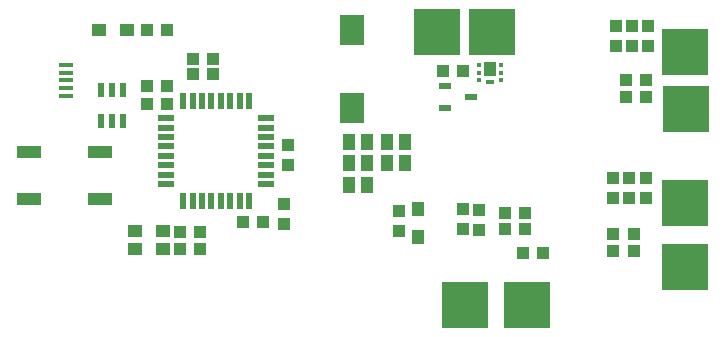
<source format=gtp>
G04*
G04 #@! TF.GenerationSoftware,Altium Limited,Altium Designer,18.1.9 (240)*
G04*
G04 Layer_Color=8421504*
%FSLAX44Y44*%
%MOMM*%
G71*
G01*
G75*
%ADD17R,1.0000X1.1000*%
%ADD18R,1.0500X0.6000*%
%ADD19R,0.4300X0.3500*%
%ADD20R,1.1000X1.2500*%
%ADD21R,0.6600X0.3500*%
%ADD22R,2.0500X2.5000*%
%ADD23R,1.1000X1.4000*%
%ADD24R,1.1000X1.0000*%
%ADD25R,1.4750X0.6000*%
%ADD26R,0.6000X1.4750*%
%ADD27R,4.0000X4.0000*%
%ADD28R,1.3000X0.4500*%
%ADD29R,0.6000X1.2200*%
%ADD30R,1.2500X1.1000*%
%ADD31R,2.0000X1.0000*%
%ADD32R,2.0000X1.0000*%
D17*
X394500Y234250D02*
D03*
X377500D02*
D03*
X549000Y211750D02*
D03*
X532000D02*
D03*
X549500Y226450D02*
D03*
X532500D02*
D03*
X430000Y99750D02*
D03*
X447000D02*
D03*
X430250Y113750D02*
D03*
X447250D02*
D03*
X445000Y79750D02*
D03*
X462000D02*
D03*
X521750Y81500D02*
D03*
X538750D02*
D03*
X521750Y95500D02*
D03*
X538750D02*
D03*
X166000Y244000D02*
D03*
X183000D02*
D03*
X166000Y231000D02*
D03*
X183000D02*
D03*
X143500Y206320D02*
D03*
X126500D02*
D03*
X143500Y221320D02*
D03*
X126500D02*
D03*
X144000Y269000D02*
D03*
X127000D02*
D03*
X171500Y98000D02*
D03*
X154500D02*
D03*
X171500Y83000D02*
D03*
X154500D02*
D03*
X208000Y106000D02*
D03*
X225000D02*
D03*
D18*
X400750Y211750D02*
D03*
X378750Y202250D02*
D03*
Y221250D02*
D03*
D19*
X408000Y239000D02*
D03*
Y232500D02*
D03*
Y226000D02*
D03*
X426700D02*
D03*
Y232500D02*
D03*
Y239000D02*
D03*
D20*
X417350Y235350D02*
D03*
X356500Y93750D02*
D03*
Y117250D02*
D03*
D21*
X417350Y224750D02*
D03*
D22*
X300000Y202350D02*
D03*
Y268350D02*
D03*
D23*
X330000Y156000D02*
D03*
X345000D02*
D03*
X313000Y137000D02*
D03*
X298000D02*
D03*
X313000Y156000D02*
D03*
X298000D02*
D03*
X330000Y174000D02*
D03*
X345000D02*
D03*
X313000D02*
D03*
X298000D02*
D03*
D24*
X246000Y154000D02*
D03*
Y171000D02*
D03*
X394000Y100000D02*
D03*
Y117000D02*
D03*
X340250Y115750D02*
D03*
Y98750D02*
D03*
X408000Y116500D02*
D03*
Y99500D02*
D03*
X535250Y126500D02*
D03*
Y143500D02*
D03*
X521250Y126500D02*
D03*
Y143500D02*
D03*
X549250Y143500D02*
D03*
Y126500D02*
D03*
X537790Y254750D02*
D03*
Y271750D02*
D03*
X524000Y254750D02*
D03*
Y271750D02*
D03*
X551000D02*
D03*
Y254750D02*
D03*
X243000Y121000D02*
D03*
Y104000D02*
D03*
D25*
X227760Y138000D02*
D03*
Y146000D02*
D03*
Y154000D02*
D03*
Y162000D02*
D03*
Y170000D02*
D03*
Y178000D02*
D03*
Y186000D02*
D03*
Y194000D02*
D03*
X143000D02*
D03*
Y186000D02*
D03*
Y178000D02*
D03*
Y170000D02*
D03*
Y162000D02*
D03*
Y154000D02*
D03*
Y146000D02*
D03*
Y138000D02*
D03*
D26*
X213380Y208380D02*
D03*
X205380D02*
D03*
X197380D02*
D03*
X189380D02*
D03*
X181380D02*
D03*
X173380D02*
D03*
X165380D02*
D03*
X157380D02*
D03*
Y123620D02*
D03*
X165380D02*
D03*
X173380D02*
D03*
X181380D02*
D03*
X189380D02*
D03*
X197380D02*
D03*
X205380D02*
D03*
X213380D02*
D03*
D27*
X448940Y36000D02*
D03*
X395750Y35500D02*
D03*
X582000Y121750D02*
D03*
X582250Y68000D02*
D03*
X582060Y249750D02*
D03*
X583000Y202000D02*
D03*
X419000Y267000D02*
D03*
X372000Y267000D02*
D03*
D28*
X58150Y238940D02*
D03*
Y232440D02*
D03*
Y225940D02*
D03*
Y219440D02*
D03*
Y212940D02*
D03*
D29*
X87650Y191545D02*
D03*
X97150D02*
D03*
X106650D02*
D03*
Y217745D02*
D03*
X97150D02*
D03*
X87650D02*
D03*
D30*
X110000Y269000D02*
D03*
X86500D02*
D03*
X140000Y98300D02*
D03*
X116500D02*
D03*
X140000Y83000D02*
D03*
X116500D02*
D03*
D31*
X27000Y165750D02*
D03*
X87000D02*
D03*
D32*
X27000Y125750D02*
D03*
X87000D02*
D03*
M02*

</source>
